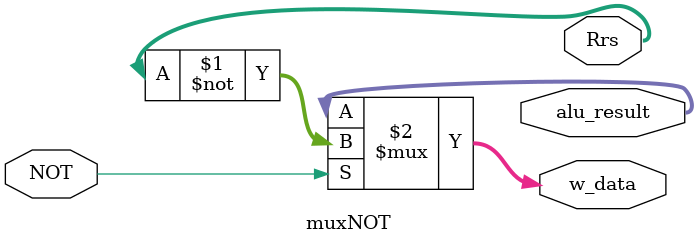
<source format=v>
module arith_machine(rs, rt, rd, rd_src, wr_enable, alu_src2, alu_op, imm16, NOT, clock, reset);
    input        rd_src, wr_enable;
    input [1:0]  alu_src2;
    input [2:0]  alu_op;
    input [15:0] imm16;
    input [4:0]  rs, rt, rd;
    input        clock, reset;
    input NOT;

    wire [31:0]  sextimm, zextimm;

    wire [4:0]   w_addr;

    // sign-extended immediate
    assign sextimm = { {16{imm16[15]}}, imm16[15:0] };

    // zero-extended immediate
    assign zextimm = { {16{1'b0}}, imm16[15:0] };

    wire [31:0]  Rrs, Rrt, B_data;
    wire [31:0]  w_data, alu_result;
    
    mux2v #(5) rd_mux(w_addr, rd, rt, rd_src);
    //assign not_result = ~Rrs;
    //assign w_data = (NOT) ? not_result : alu_result;

    regfile rf (Rrs, Rrt,
                rs, rt, w_addr, w_data,
                wr_enable, clock, reset);
    
    mux3v alu_src2_mux(B_data, Rrt, sextimm, zextimm, alu_src2);

    alu32 alu(alu_result, Rrs, B_data, alu_op);
    
    mux2v m(w_data, alu_result, ~Rrs, NOT);
    
    /*
    always @(posedge clock) begin
        if (wr_enable) begin
            $display("At time %0t: w_addr = %h, w_data = %h, rs = %d, rt = %d", 
                     $time, w_addr, w_data, rs, rt);
        end
    end
    */
    
endmodule // arith_machine


module muxNOT(w_data, alu_result, Rrs, NOT);
    output [31:0] w_data, alu_result, Rrs;
    input   NOT;
    assign w_data = (NOT) ? ~Rrs : alu_result;
    //assign w_data = (alu_result & (~NOT)) | (NOT & (~Rrs));

endmodule

</source>
